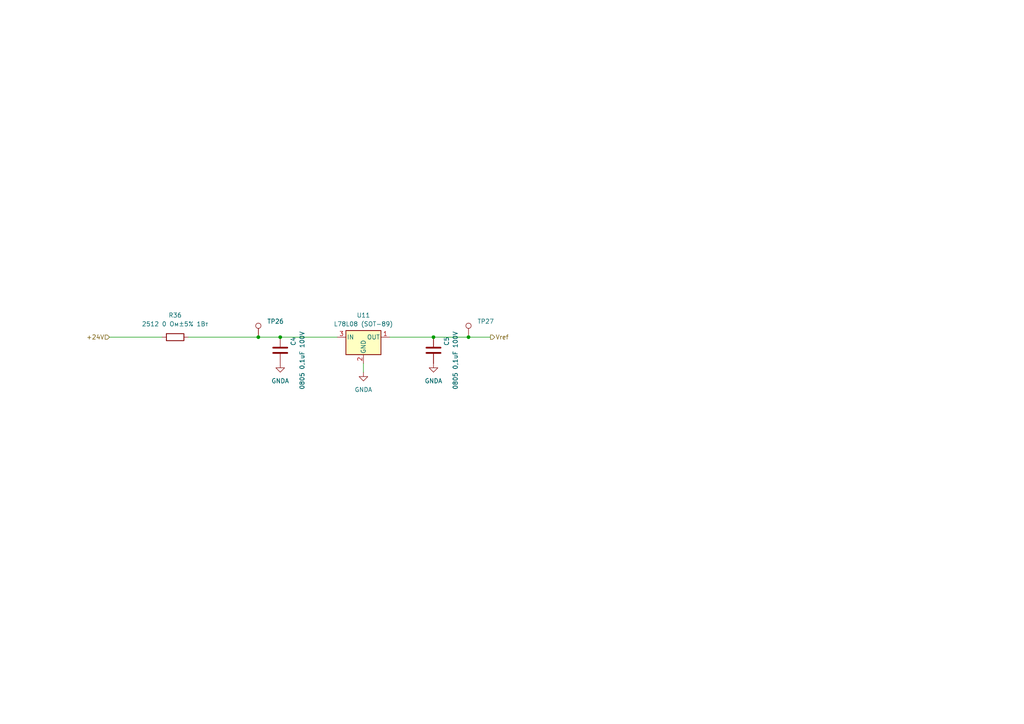
<source format=kicad_sch>
(kicad_sch (version 20231120) (generator "eeschema") (generator_version "8.0")
  (paper "A4")
  (lib_symbols
    (symbol "Connector:TestPoint" (pin_numbers hide) (pin_names (offset 0.762) hide)
      (property "Reference" "TP" (at 0 6.858 0))
      (property "Value" "TestPoint" (at 0 5.08 0))
      (symbol "TestPoint_0_1"
        (circle (center 0 3.302) (radius 0.762))
      )
      (symbol "TestPoint_1_1"
        (pin passive line (at 0 0 90) (length 2.54) (name "1") (number "1"))
      )
    )
    (symbol "Device:C" (pin_numbers hide) (pin_names (offset 0.254))
      (property "Reference" "C" (at 0.635 2.54 0))
      (property "Value" "C" (at 0.635 -2.54 0))
      (symbol "C_0_1"
        (polyline (pts (xy -2.032 -0.762) (xy 2.032 -0.762)) (stroke (width 0.508)))
        (polyline (pts (xy -2.032 0.762) (xy 2.032 0.762)) (stroke (width 0.508)))
      )
      (symbol "C_1_1"
        (pin passive line (at 0 3.81 270) (length 2.794) (name "~") (number "1"))
        (pin passive line (at 0 -3.81 90) (length 2.794) (name "~") (number "2"))
      )
    )
    (symbol "Device:R" (pin_numbers hide) (pin_names (offset 0))
      (property "Reference" "R" (at 2.032 0 90))
      (property "Value" "R" (at 0 0 90))
      (symbol "R_0_1"
        (rectangle (start -1.016 -2.54) (end 1.016 2.54) (stroke (width 0.254)))
      )
      (symbol "R_1_1"
        (pin passive line (at 0 3.81 270) (length 1.27) (name "~") (number "1"))
        (pin passive line (at 0 -3.81 90) (length 1.27) (name "~") (number "2"))
      )
    )
    (symbol "PCM_4ms_Power-symbol:GNDA" (power) (pin_numbers hide) (pin_names (offset 0) hide)
      (property "Value" "GNDA" (at 0 -3.81 0))
      (symbol "GNDA_0_1"
        (polyline (pts (xy 0 0) (xy 0 -1.27) (xy 1.27 -1.27) (xy 0 -2.54) (xy -1.27 -1.27) (xy 0 -1.27)))
      )
      (symbol "GNDA_1_1"
        (pin power_in line (at 0 0 270) (length 0) hide (name "GNDA") (number "1"))
      )
    )
    (symbol "Regulator_Linear:L78L08_SOT89" (pin_names (offset 0.254))
      (property "Reference" "U" (at -3.81 3.175 0))
      (property "Value" "L78L08_SOT89" (at -0.635 3.175 0))
      (symbol "L78L08_SOT89_0_1"
        (rectangle (start -5.08 1.905) (end 5.08 -5.08) (stroke (width 0.254)) (fill (type background)))
      )
      (symbol "L78L08_SOT89_1_1"
        (pin power_out line (at 7.62 0 180) (length 2.54) (name "OUT") (number "1"))
        (pin power_in line (at 0 -7.62 90) (length 2.54) (name "GND") (number "2"))
        (pin power_in line (at -7.62 0 0) (length 2.54) (name "IN") (number "3"))
      )
    )
  )
  (junction (at 125.73 97.79))
  (junction (at 74.93 97.79))
  (junction (at 135.89 97.79))
  (junction (at 81.28 97.79))
  (wire (pts (xy 125.73 97.79) (xy 135.89 97.79)))
  (wire (pts (xy 81.28 97.79) (xy 97.79 97.79)))
  (wire (pts (xy 31.75 97.79) (xy 46.99 97.79)))
  (wire (pts (xy 105.41 105.41) (xy 105.41 107.95)))
  (wire (pts (xy 113.03 97.79) (xy 125.73 97.79)))
  (wire (pts (xy 74.93 97.79) (xy 81.28 97.79)))
  (wire (pts (xy 135.89 97.79) (xy 142.24 97.79)))
  (wire (pts (xy 54.61 97.79) (xy 74.93 97.79)))
  (hierarchical_label "+24V" (shape input) (at 31.75 97.79 180))
  (hierarchical_label "Vref" (shape output) (at 142.24 97.79 0))
  (symbol (lib_id "Device:C") (at 81.28 101.6 0) (unit 1)
    (property "Reference" "C4" (at 85.09 100.33 90) (effects (justify left)))
    (property "Value" "0805 0,1uF 100V" (at 87.63 113.03 90) (effects (justify left)))
    (property "Footprint" "Capacitor_SMD:C_0805_2012Metric" (effects (hide yes)))
  )
  (symbol (lib_id "PCM_4ms_Power-symbol:GNDA") (at 125.73 105.41 0) (unit 1)
    (property "Reference" "#PWR010" (effects (hide yes)))
    (property "Value" "GNDA" (at 125.73 110.49 0))
  )
  (symbol (lib_id "Connector:TestPoint") (at 135.89 97.79 0) (unit 1)
    (property "Reference" "TP27" (at 138.43 93.2179 0) (effects (justify left)))
    (property "Value" "TestPoint" (effects (hide yes)))
    (property "Footprint" "TestPoint:TestPoint_Pad_D1.0mm" (effects (hide yes)))
    (property "Description" "test point" (effects (hide yes)))
  )
  (symbol (lib_id "Device:C") (at 125.73 101.6 0) (unit 1)
    (property "Reference" "C5" (at 129.54 100.33 90) (effects (justify left)))
    (property "Value" "0805 0,1uF 100V" (at 132.08 113.03 90) (effects (justify left)))
    (property "Footprint" "Capacitor_SMD:C_0805_2012Metric" (effects (hide yes)))
  )
  (symbol (lib_id "Connector:TestPoint") (at 74.93 97.79 0) (unit 1)
    (property "Reference" "TP26" (at 77.47 93.2179 0) (effects (justify left)))
    (property "Value" "TestPoint" (effects (hide yes)))
    (property "Footprint" "TestPoint:TestPoint_Pad_D1.0mm" (effects (hide yes)))
    (property "Description" "test point" (effects (hide yes)))
  )
  (symbol (lib_id "PCM_4ms_Power-symbol:GNDA") (at 81.28 105.41 0) (unit 1)
    (property "Reference" "#PWR08" (effects (hide yes)))
    (property "Value" "GNDA" (at 81.28 110.49 0))
  )
  (symbol (lib_id "Regulator_Linear:L78L08_SOT89") (at 105.41 97.79 0) (unit 1)
    (property "Reference" "U11" (at 105.41 91.44 0))
    (property "Value" "L78L08 (SOT-89)" (at 105.41 93.98 0))
    (property "Footprint" "Package_TO_SOT_SMD:SOT-89-3" (effects (hide yes)))
    (property "Datasheet" "http://www.st.com/content/ccc/resource/technical/document/datasheet/15/55/e5/aa/23/5b/43/fd/CD00000446.pdf/files/CD00000446.pdf/jcr:content/translations/en.CD00000446.pdf" (effects (hide yes)))
    (property "Description" "Positive 100mA 30V Linear Regulator, Fixed Output 8V, SOT-89" (effects (hide yes)))
  )
  (symbol (lib_id "PCM_4ms_Power-symbol:GNDA") (at 105.41 107.95 0) (unit 1)
    (property "Reference" "#PWR012" (effects (hide yes)))
    (property "Value" "GNDA" (at 105.41 113.03 0))
  )
  (symbol (lib_id "Device:R") (at 50.8 97.79 90) (unit 1)
    (property "Reference" "R36" (at 50.8 91.44 90))
    (property "Value" "2512 0 Ом±5% 1Вт" (at 50.8 93.98 90))
    (property "Footprint" "Resistor_SMD:R_2512_6332Metric" (effects (hide yes)))
    (property "Description" "Resistor" (effects (hide yes)))
  )
)
</source>
